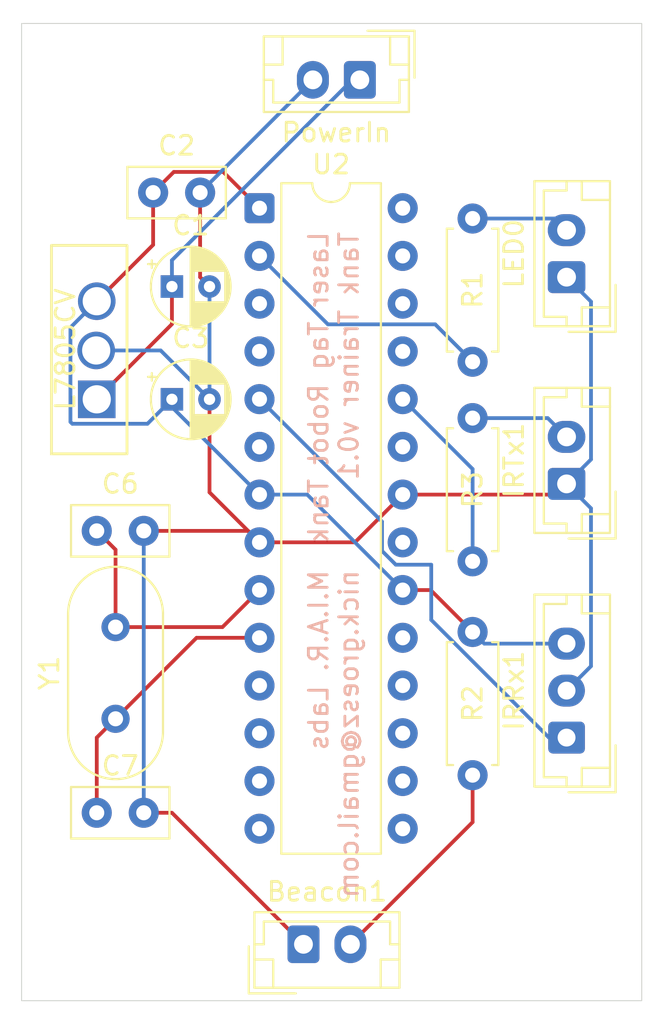
<source format=kicad_pcb>
(kicad_pcb (version 20241229) (generator "pcbnew") (generator_version "9.0")
  (layers (0 "F.Cu" signal) (2 "B.Cu" signal) (13 "F.Paste" user) (15 "B.Paste" user) (5 "F.SilkS" user "F.Silkscreen") (7 "B.SilkS" user "B.Silkscreen") (1 "F.Mask" user) (3 "B.Mask" user) (25 "Edge.Cuts" user))
  (net 0 "")
  (net 1 "GND")
  (net 2 "Net-(Beacon1-Pin_2)")
  (net 3 "9V")
  (net 4 "4.5V")
  (net 5 "Net-(U2-(PCINT6{slash}XTAL1{slash}TOSC1)PB6)")
  (net 6 "Net-(U2-(PCINT7{slash}XTAL2{slash}TOSC2)PB7)")
  (net 7 "Net-(IRRx1-Pin_1)")
  (net 8 "Net-(IRTx1-Pin_2)")
  (net 9 "Net-(LED0-Pin_2)")
  (net 10 "Net-(U2-(PCINT16{slash}RXD)PD0)")
  (net 11 "Net-(U2-(PCINT9{slash}ADC1)PC1)")
  (footprint "Connector_JST:JST_EH_B2B-EH-A_1x02_P2.50mm_Vertical" (layer "F.Cu") (at 63 77 180)
    (property "Reference" "PowerIn" (at 1.25 -2.8 0) (layer "F.SilkS"))
    (property "Value" "PowerIn")
    (fp_line (start 5.11 2.31) (end 5.11 -1.71) (stroke (width 0.12)) (layer "F.SilkS"))
    (fp_line (start 5.11 0.81) (end 4.11 0.81) (stroke (width 0.12)) (layer "F.SilkS"))
    (fp_line (start 5.11 -1.71) (end -2.61 -1.71) (stroke (width 0.12)) (layer "F.SilkS"))
    (fp_line (start 4.61 0) (end 5.11 0) (stroke (width 0.12)) (layer "F.SilkS"))
    (fp_line (start 4.61 -1.21) (end 4.61 0) (stroke (width 0.12)) (layer "F.SilkS"))
    (fp_line (start 4.11 0.81) (end 4.11 2.31) (stroke (width 0.12)) (layer "F.SilkS"))
    (fp_line (start -1.61 0.81) (end -1.61 2.31) (stroke (width 0.12)) (layer "F.SilkS"))
    (fp_line (start -2.11 0) (end -2.11 -1.21) (stroke (width 0.12)) (layer "F.SilkS"))
    (fp_line (start -2.11 -1.21) (end 4.61 -1.21) (stroke (width 0.12)) (layer "F.SilkS"))
    (fp_line (start -2.61 2.31) (end 5.11 2.31) (stroke (width 0.12)) (layer "F.SilkS"))
    (fp_line (start -2.61 0.81) (end -1.61 0.81) (stroke (width 0.12)) (layer "F.SilkS"))
    (fp_line (start -2.61 0) (end -2.11 0) (stroke (width 0.12)) (layer "F.SilkS"))
    (fp_line (start -2.61 -1.71) (end -2.61 2.31) (stroke (width 0.12)) (layer "F.SilkS"))
    (fp_line (start -2.91 2.61) (end -0.41 2.61) (stroke (width 0.12)) (layer "F.SilkS"))
    (fp_line (start -2.91 0.11) (end -2.91 2.61) (stroke (width 0.12)) (layer "F.SilkS"))
    (pad "1" thru_hole roundrect (at 0 0 180) (size 1.7 2) (drill 1) (layers "*.Cu" "*.Mask") (roundrect_rratio 0.147059) (net 3 "9V"))
    (pad "2" thru_hole oval (at 2.5 0 180) (size 1.7 2) (drill 1) (layers "*.Cu" "*.Mask") (net 1 "GND"))
  )
  (footprint "Resistor_THT:R_Axial_DIN0207_L6.3mm_D2.5mm_P7.62mm_Horizontal" (layer "F.Cu") (at 69 106.38 -90)
    (property "Reference" "R2" (at 3.81 0 90) (layer "F.SilkS"))
    (property "Value" "R")
    (fp_line (start 0.54 1.37) (end 7.08 1.37) (stroke (width 0.12)) (layer "F.SilkS"))
    (fp_line (start 7.08 1.37) (end 7.08 1.04) (stroke (width 0.12)) (layer "F.SilkS"))
    (fp_line (start 0.54 1.04) (end 0.54 1.37) (stroke (width 0.12)) (layer "F.SilkS"))
    (fp_line (start 0.54 -1.04) (end 0.54 -1.37) (stroke (width 0.12)) (layer "F.SilkS"))
    (fp_line (start 0.54 -1.37) (end 7.08 -1.37) (stroke (width 0.12)) (layer "F.SilkS"))
    (fp_line (start 7.08 -1.37) (end 7.08 -1.04) (stroke (width 0.12)) (layer "F.SilkS"))
    (pad "1" thru_hole circle (at 0 0 270) (size 1.6 1.6) (drill 0.8) (layers "*.Cu" "*.Mask") (net 4 "4.5V"))
    (pad "2" thru_hole oval (at 7.62 0 270) (size 1.6 1.6) (drill 0.8) (layers "*.Cu" "*.Mask") (net 2 "Net-(Beacon1-Pin_2)"))
  )
  (footprint "Resistor_THT:R_Axial_DIN0207_L6.3mm_D2.5mm_P7.62mm_Horizontal" (layer "F.Cu") (at 69 92 90)
    (property "Reference" "R1" (at 3.81 0 90) (layer "F.SilkS"))
    (property "Value" "R")
    (fp_line (start 7.08 -1.37) (end 7.08 -1.04) (stroke (width 0.12)) (layer "F.SilkS"))
    (fp_line (start 0.54 -1.37) (end 7.08 -1.37) (stroke (width 0.12)) (layer "F.SilkS"))
    (fp_line (start 0.54 -1.04) (end 0.54 -1.37) (stroke (width 0.12)) (layer "F.SilkS"))
    (fp_line (start 0.54 1.04) (end 0.54 1.37) (stroke (width 0.12)) (layer "F.SilkS"))
    (fp_line (start 7.08 1.37) (end 7.08 1.04) (stroke (width 0.12)) (layer "F.SilkS"))
    (fp_line (start 0.54 1.37) (end 7.08 1.37) (stroke (width 0.12)) (layer "F.SilkS"))
    (pad "1" thru_hole circle (at 0 0 90) (size 1.6 1.6) (drill 0.8) (layers "*.Cu" "*.Mask") (net 10 "Net-(U2-(PCINT16{slash}RXD)PD0)"))
    (pad "2" thru_hole oval (at 7.62 0 90) (size 1.6 1.6) (drill 0.8) (layers "*.Cu" "*.Mask") (net 9 "Net-(LED0-Pin_2)"))
  )
  (footprint "Connector_JST:JST_EH_B3B-EH-A_1x03_P2.50mm_Vertical" (layer "F.Cu") (at 74 112 90)
    (property "Reference" "IRRx1" (at 2.5 -2.8 90) (layer "F.SilkS"))
    (property "Value" "Conn_01x03_Pin")
    (fp_line (start 7.61 -1.71) (end -2.61 -1.71) (stroke (width 0.12)) (layer "F.SilkS"))
    (fp_line (start -2.61 -1.71) (end -2.61 2.31) (stroke (width 0.12)) (layer "F.SilkS"))
    (fp_line (start 7.11 -1.21) (end 7.11 0) (stroke (width 0.12)) (layer "F.SilkS"))
    (fp_line (start -2.11 -1.21) (end 7.11 -1.21) (stroke (width 0.12)) (layer "F.SilkS"))
    (fp_line (start 7.11 0) (end 7.61 0) (stroke (width 0.12)) (layer "F.SilkS"))
    (fp_line (start -2.11 0) (end -2.11 -1.21) (stroke (width 0.12)) (layer "F.SilkS"))
    (fp_line (start -2.61 0) (end -2.11 0) (stroke (width 0.12)) (layer "F.SilkS"))
    (fp_line (start -2.91 0.11) (end -2.91 2.61) (stroke (width 0.12)) (layer "F.SilkS"))
    (fp_line (start 7.61 0.81) (end 6.61 0.81) (stroke (width 0.12)) (layer "F.SilkS"))
    (fp_line (start 6.61 0.81) (end 6.61 2.31) (stroke (width 0.12)) (layer "F.SilkS"))
    (fp_line (start -1.61 0.81) (end -1.61 2.31) (stroke (width 0.12)) (layer "F.SilkS"))
    (fp_line (start -2.61 0.81) (end -1.61 0.81) (stroke (width 0.12)) (layer "F.SilkS"))
    (fp_line (start 7.61 2.31) (end 7.61 -1.71) (stroke (width 0.12)) (layer "F.SilkS"))
    (fp_line (start -2.61 2.31) (end 7.61 2.31) (stroke (width 0.12)) (layer "F.SilkS"))
    (fp_line (start -2.91 2.61) (end -0.41 2.61) (stroke (width 0.12)) (layer "F.SilkS"))
    (pad "1" thru_hole roundrect (at 0 0 90) (size 1.7 1.95) (drill 0.95) (layers "*.Cu" "*.Mask") (roundrect_rratio 0.147059) (net 7 "Net-(IRRx1-Pin_1)"))
    (pad "2" thru_hole oval (at 2.5 0 90) (size 1.7 1.95) (drill 0.95) (layers "*.Cu" "*.Mask") (net 1 "GND"))
    (pad "3" thru_hole oval (at 5 0 90) (size 1.7 1.95) (drill 0.95) (layers "*.Cu" "*.Mask") (net 4 "4.5V"))
  )
  (footprint "Package_DIP:DIP-28_W7.62mm" (layer "F.Cu") (at 57.66 83.83)
    (property "Reference" "U2" (at 3.81 -2.33 0) (layer "F.SilkS"))
    (property "Value" "ATMEGA328P-PU")
    (fp_line (start 1.16 -1.33) (end 1.16 34.35) (stroke (width 0.12)) (layer "F.SilkS"))
    (fp_line (start 1.16 34.35) (end 6.46 34.35) (stroke (width 0.12)) (layer "F.SilkS"))
    (fp_line (start 2.81 -1.33) (end 1.16 -1.33) (stroke (width 0.12)) (layer "F.SilkS"))
    (fp_line (start 6.46 -1.33) (end 4.81 -1.33) (stroke (width 0.12)) (layer "F.SilkS"))
    (fp_line (start 6.46 34.35) (end 6.46 -1.33) (stroke (width 0.12)) (layer "F.SilkS"))
    (fp_arc (start 4.81 -1.33) (mid 3.81 -0.33) (end 2.81 -1.33) (stroke (width 0.12)) (layer "F.SilkS"))
    (pad "1" thru_hole roundrect (at 0 0) (size 1.6 1.6) (drill 0.8) (layers "*.Cu" "*.Mask") (roundrect_rratio 0.15625) (net 4 "4.5V"))
    (pad "2" thru_hole circle (at 0 2.54) (size 1.6 1.6) (drill 0.8) (layers "*.Cu" "*.Mask") (net 10 "Net-(U2-(PCINT16{slash}RXD)PD0)"))
    (pad "3" thru_hole circle (at 0 5.08) (size 1.6 1.6) (drill 0.8) (layers "*.Cu" "*.Mask"))
    (pad "4" thru_hole circle (at 0 7.62) (size 1.6 1.6) (drill 0.8) (layers "*.Cu" "*.Mask"))
    (pad "5" thru_hole circle (at 0 10.16) (size 1.6 1.6) (drill 0.8) (layers "*.Cu" "*.Mask") (net 7 "Net-(IRRx1-Pin_1)"))
    (pad "6" thru_hole circle (at 0 12.7) (size 1.6 1.6) (drill 0.8) (layers "*.Cu" "*.Mask"))
    (pad "7" thru_hole circle (at 0 15.24) (size 1.6 1.6) (drill 0.8) (layers "*.Cu" "*.Mask") (net 4 "4.5V"))
    (pad "8" thru_hole circle (at 0 17.78) (size 1.6 1.6) (drill 0.8) (layers "*.Cu" "*.Mask") (net 1 "GND"))
    (pad "9" thru_hole circle (at 0 20.32) (size 1.6 1.6) (drill 0.8) (layers "*.Cu" "*.Mask") (net 5 "Net-(U2-(PCINT6{slash}XTAL1{slash}TOSC1)PB6)"))
    (pad "10" thru_hole circle (at 0 22.86) (size 1.6 1.6) (drill 0.8) (layers "*.Cu" "*.Mask") (net 6 "Net-(U2-(PCINT7{slash}XTAL2{slash}TOSC2)PB7)"))
    (pad "11" thru_hole circle (at 0 25.4) (size 1.6 1.6) (drill 0.8) (layers "*.Cu" "*.Mask"))
    (pad "12" thru_hole circle (at 0 27.94) (size 1.6 1.6) (drill 0.8) (layers "*.Cu" "*.Mask"))
    (pad "13" thru_hole circle (at 0 30.48) (size 1.6 1.6) (drill 0.8) (layers "*.Cu" "*.Mask"))
    (pad "14" thru_hole circle (at 0 33.02) (size 1.6 1.6) (drill 0.8) (layers "*.Cu" "*.Mask"))
    (pad "15" thru_hole circle (at 7.62 33.02) (size 1.6 1.6) (drill 0.8) (layers "*.Cu" "*.Mask"))
    (pad "16" thru_hole circle (at 7.62 30.48) (size 1.6 1.6) (drill 0.8) (layers "*.Cu" "*.Mask"))
    (pad "17" thru_hole circle (at 7.62 27.94) (size 1.6 1.6) (drill 0.8) (layers "*.Cu" "*.Mask"))
    (pad "18" thru_hole circle (at 7.62 25.4) (size 1.6 1.6) (drill 0.8) (layers "*.Cu" "*.Mask"))
    (pad "19" thru_hole circle (at 7.62 22.86) (size 1.6 1.6) (drill 0.8) (layers "*.Cu" "*.Mask"))
    (pad "20" thru_hole circle (at 7.62 20.32) (size 1.6 1.6) (drill 0.8) (layers "*.Cu" "*.Mask") (net 4 "4.5V"))
    (pad "21" thru_hole circle (at 7.62 17.78) (size 1.6 1.6) (drill 0.8) (layers "*.Cu" "*.Mask"))
    (pad "22" thru_hole circle (at 7.62 15.24) (size 1.6 1.6) (drill 0.8) (layers "*.Cu" "*.Mask") (net 1 "GND"))
    (pad "23" thru_hole circle (at 7.62 12.7) (size 1.6 1.6) (drill 0.8) (layers "*.Cu" "*.Mask"))
    (pad "24" thru_hole circle (at 7.62 10.16) (size 1.6 1.6) (drill 0.8) (layers "*.Cu" "*.Mask") (net 11 "Net-(U2-(PCINT9{slash}ADC1)PC1)"))
    (pad "25" thru_hole circle (at 7.62 7.62) (size 1.6 1.6) (drill 0.8) (layers "*.Cu" "*.Mask"))
    (pad "26" thru_hole circle (at 7.62 5.08) (size 1.6 1.6) (drill 0.8) (layers "*.Cu" "*.Mask"))
    (pad "27" thru_hole circle (at 7.62 2.54) (size 1.6 1.6) (drill 0.8) (layers "*.Cu" "*.Mask"))
    (pad "28" thru_hole circle (at 7.62 0) (size 1.6 1.6) (drill 0.8) (layers "*.Cu" "*.Mask"))
  )
  (footprint "MountingHole:MountingHole_3mm" (layer "F.Cu") (at 49 122)
    (property "Reference" "H4" (hide yes))
    (property "Value" "MountingHole")
    (pad "" np_thru_hole circle (at 0 0) (size 3 3) (drill 3) (layers "*.Cu" "*.Mask"))
  )
  (footprint "Connector_JST:JST_EH_B2B-EH-A_1x02_P2.50mm_Vertical" (layer "F.Cu") (at 60 123)
    (property "Reference" "Beacon1" (at 1.25 -2.8 0) (layer "F.SilkS"))
    (property "Value" "Conn_01x02_Pin")
    (fp_line (start -2.91 0.11) (end -2.91 2.61) (stroke (width 0.12)) (layer "F.SilkS"))
    (fp_line (start -2.91 2.61) (end -0.41 2.61) (stroke (width 0.12)) (layer "F.SilkS"))
    (fp_line (start -2.61 -1.71) (end -2.61 2.31) (stroke (width 0.12)) (layer "F.SilkS"))
    (fp_line (start -2.61 0) (end -2.11 0) (stroke (width 0.12)) (layer "F.SilkS"))
    (fp_line (start -2.61 0.81) (end -1.61 0.81) (stroke (width 0.12)) (layer "F.SilkS"))
    (fp_line (start -2.61 2.31) (end 5.11 2.31) (stroke (width 0.12)) (layer "F.SilkS"))
    (fp_line (start -2.11 -1.21) (end 4.61 -1.21) (stroke (width 0.12)) (layer "F.SilkS"))
    (fp_line (start -2.11 0) (end -2.11 -1.21) (stroke (width 0.12)) (layer "F.SilkS"))
    (fp_line (start -1.61 0.81) (end -1.61 2.31) (stroke (width 0.12)) (layer "F.SilkS"))
    (fp_line (start 4.11 0.81) (end 4.11 2.31) (stroke (width 0.12)) (layer "F.SilkS"))
    (fp_line (start 4.61 -1.21) (end 4.61 0) (stroke (width 0.12)) (layer "F.SilkS"))
    (fp_line (start 4.61 0) (end 5.11 0) (stroke (width 0.12)) (layer "F.SilkS"))
    (fp_line (start 5.11 -1.71) (end -2.61 -1.71) (stroke (width 0.12)) (layer "F.SilkS"))
    (fp_line (start 5.11 0.81) (end 4.11 0.81) (stroke (width 0.12)) (layer "F.SilkS"))
    (fp_line (start 5.11 2.31) (end 5.11 -1.71) (stroke (width 0.12)) (layer "F.SilkS"))
    (pad "1" thru_hole roundrect (at 0 0) (size 1.7 2) (drill 1) (layers "*.Cu" "*.Mask") (roundrect_rratio 0.147059) (net 1 "GND"))
    (pad "2" thru_hole oval (at 2.5 0) (size 1.7 2) (drill 1) (layers "*.Cu" "*.Mask") (net 2 "Net-(Beacon1-Pin_2)"))
  )
  (footprint "Capacitor_THT:C_Disc_D5.0mm_W2.5mm_P2.50mm" (layer "F.Cu") (at 49 101)
    (property "Reference" "C6" (at 1.25 -2.5 0) (layer "F.SilkS"))
    (property "Value" "22pF")
    (fp_line (start -1.37 -1.37) (end -1.37 1.37) (stroke (width 0.12)) (layer "F.SilkS"))
    (fp_line (start -1.37 -1.37) (end 3.87 -1.37) (stroke (width 0.12)) (layer "F.SilkS"))
    (fp_line (start -1.37 1.37) (end 3.87 1.37) (stroke (width 0.12)) (layer "F.SilkS"))
    (fp_line (start 3.87 -1.37) (end 3.87 1.37) (stroke (width 0.12)) (layer "F.SilkS"))
    (pad "1" thru_hole circle (at 0 0) (size 1.6 1.6) (drill 0.8) (layers "*.Cu" "*.Mask") (net 5 "Net-(U2-(PCINT6{slash}XTAL1{slash}TOSC1)PB6)"))
    (pad "2" thru_hole circle (at 2.5 0) (size 1.6 1.6) (drill 0.8) (layers "*.Cu" "*.Mask") (net 1 "GND"))
  )
  (footprint "Capacitor_THT:C_Disc_D5.0mm_W2.5mm_P2.50mm" (layer "F.Cu") (at 52 83)
    (property "Reference" "C2" (at 1.25 -2.5 0) (layer "F.SilkS"))
    (property "Value" "100nF")
    (fp_line (start -1.37 -1.37) (end -1.37 1.37) (stroke (width 0.12)) (layer "F.SilkS"))
    (fp_line (start -1.37 -1.37) (end 3.87 -1.37) (stroke (width 0.12)) (layer "F.SilkS"))
    (fp_line (start -1.37 1.37) (end 3.87 1.37) (stroke (width 0.12)) (layer "F.SilkS"))
    (fp_line (start 3.87 -1.37) (end 3.87 1.37) (stroke (width 0.12)) (layer "F.SilkS"))
    (pad "1" thru_hole circle (at 0 0) (size 1.6 1.6) (drill 0.8) (layers "*.Cu" "*.Mask") (net 4 "4.5V"))
    (pad "2" thru_hole circle (at 2.5 0) (size 1.6 1.6) (drill 0.8) (layers "*.Cu" "*.Mask") (net 1 "GND"))
  )
  (footprint "Resistor_THT:R_Axial_DIN0207_L6.3mm_D2.5mm_P7.62mm_Horizontal" (layer "F.Cu") (at 69 102.62 90)
    (property "Reference" "R3" (at 3.81 0 90) (layer "F.SilkS"))
    (property "Value" "R")
    (fp_line (start 7.08 -1.37) (end 7.08 -1.04) (stroke (width 0.12)) (layer "F.SilkS"))
    (fp_line (start 0.54 -1.37) (end 7.08 -1.37) (stroke (width 0.12)) (layer "F.SilkS"))
    (fp_line (start 0.54 -1.04) (end 0.54 -1.37) (stroke (width 0.12)) (layer "F.SilkS"))
    (fp_line (start 0.54 1.04) (end 0.54 1.37) (stroke (width 0.12)) (layer "F.SilkS"))
    (fp_line (start 7.08 1.37) (end 7.08 1.04) (stroke (width 0.12)) (layer "F.SilkS"))
    (fp_line (start 0.54 1.37) (end 7.08 1.37) (stroke (width 0.12)) (layer "F.SilkS"))
    (pad "1" thru_hole circle (at 0 0 90) (size 1.6 1.6) (drill 0.8) (layers "*.Cu" "*.Mask") (net 11 "Net-(U2-(PCINT9{slash}ADC1)PC1)"))
    (pad "2" thru_hole oval (at 7.62 0 90) (size 1.6 1.6) (drill 0.8) (layers "*.Cu" "*.Mask") (net 8 "Net-(IRTx1-Pin_2)"))
  )
  (footprint "Connector_JST:JST_EH_B2B-EH-A_1x02_P2.50mm_Vertical" (layer "F.Cu") (at 74 98.5 90)
    (property "Reference" "IRTx1" (at 1.25 -2.8 90) (layer "F.SilkS"))
    (property "Value" "Conn_01x02_Pin")
    (fp_line (start 5.11 -1.71) (end -2.61 -1.71) (stroke (width 0.12)) (layer "F.SilkS"))
    (fp_line (start -2.61 -1.71) (end -2.61 2.31) (stroke (width 0.12)) (layer "F.SilkS"))
    (fp_line (start 4.61 -1.21) (end 4.61 0) (stroke (width 0.12)) (layer "F.SilkS"))
    (fp_line (start -2.11 -1.21) (end 4.61 -1.21) (stroke (width 0.12)) (layer "F.SilkS"))
    (fp_line (start 4.61 0) (end 5.11 0) (stroke (width 0.12)) (layer "F.SilkS"))
    (fp_line (start -2.11 0) (end -2.11 -1.21) (stroke (width 0.12)) (layer "F.SilkS"))
    (fp_line (start -2.61 0) (end -2.11 0) (stroke (width 0.12)) (layer "F.SilkS"))
    (fp_line (start -2.91 0.11) (end -2.91 2.61) (stroke (width 0.12)) (layer "F.SilkS"))
    (fp_line (start 5.11 0.81) (end 4.11 0.81) (stroke (width 0.12)) (layer "F.SilkS"))
    (fp_line (start 4.11 0.81) (end 4.11 2.31) (stroke (width 0.12)) (layer "F.SilkS"))
    (fp_line (start -1.61 0.81) (end -1.61 2.31) (stroke (width 0.12)) (layer "F.SilkS"))
    (fp_line (start -2.61 0.81) (end -1.61 0.81) (stroke (width 0.12)) (layer "F.SilkS"))
    (fp_line (start 5.11 2.31) (end 5.11 -1.71) (stroke (width 0.12)) (layer "F.SilkS"))
    (fp_line (start -2.61 2.31) (end 5.11 2.31) (stroke (width 0.12)) (layer "F.SilkS"))
    (fp_line (start -2.91 2.61) (end -0.41 2.61) (stroke (width 0.12)) (layer "F.SilkS"))
    (pad "1" thru_hole roundrect (at 0 0 90) (size 1.7 2) (drill 1) (layers "*.Cu" "*.Mask") (roundrect_rratio 0.147059) (net 1 "GND"))
    (pad "2" thru_hole oval (at 2.5 0 90) (size 1.7 2) (drill 1) (layers "*.Cu" "*.Mask") (net 8 "Net-(IRTx1-Pin_2)"))
  )
  (footprint "Capacitor_THT:C_Disc_D5.0mm_W2.5mm_P2.50mm" (layer "F.Cu") (at 49 116)
    (property "Reference" "C7" (at 1.25 -2.5 0) (layer "F.SilkS"))
    (property "Value" "22pF")
    (fp_line (start -1.37 -1.37) (end -1.37 1.37) (stroke (width 0.12)) (layer "F.SilkS"))
    (fp_line (start -1.37 -1.37) (end 3.87 -1.37) (stroke (width 0.12)) (layer "F.SilkS"))
    (fp_line (start -1.37 1.37) (end 3.87 1.37) (stroke (width 0.12)) (layer "F.SilkS"))
    (fp_line (start 3.87 -1.37) (end 3.87 1.37) (stroke (width 0.12)) (layer "F.SilkS"))
    (pad "1" thru_hole circle (at 0 0) (size 1.6 1.6) (drill 0.8) (layers "*.Cu" "*.Mask") (net 6 "Net-(U2-(PCINT7{slash}XTAL2{slash}TOSC2)PB7)"))
    (pad "2" thru_hole circle (at 2.5 0) (size 1.6 1.6) (drill 0.8) (layers "*.Cu" "*.Mask") (net 1 "GND"))
  )
  (footprint "Crystal:Crystal_HC49-U_Vertical" (layer "F.Cu") (at 50 111 90)
    (property "Reference" "Y1" (at 2.44 -3.525 90) (layer "F.SilkS"))
    (property "Value" "Crystal")
    (fp_line (start -0.685 -2.525) (end 5.565 -2.525) (stroke (width 0.12)) (layer "F.SilkS"))
    (fp_line (start -0.685 2.525) (end 5.565 2.525) (stroke (width 0.12)) (layer "F.SilkS"))
    (fp_arc (start 5.565 -2.525) (mid 8.09 0) (end 5.565 2.525) (stroke (width 0.12)) (layer "F.SilkS"))
    (fp_arc (start -0.685 2.525) (mid -3.21 0) (end -0.685 -2.525) (stroke (width 0.12)) (layer "F.SilkS"))
    (pad "1" thru_hole circle (at 0 0 90) (size 1.5 1.5) (drill 0.8) (layers "*.Cu" "*.Mask") (net 6 "Net-(U2-(PCINT7{slash}XTAL2{slash}TOSC2)PB7)"))
    (pad "2" thru_hole circle (at 4.88 0 90) (size 1.5 1.5) (drill 0.8) (layers "*.Cu" "*.Mask") (net 5 "Net-(U2-(PCINT6{slash}XTAL1{slash}TOSC1)PB6)"))
  )
  (footprint "MountingHole:MountingHole_3mm" (layer "F.Cu") (at 74 122)
    (property "Reference" "H5" (hide yes))
    (property "Value" "MountingHole")
    (pad "" np_thru_hole circle (at 0 0) (size 3 3) (drill 3) (layers "*.Cu" "*.Mask"))
  )
  (footprint "MountingHole:MountingHole_3mm" (layer "F.Cu") (at 49 78)
    (property "Reference" "H1" (hide yes))
    (property "Value" "MountingHole")
    (pad "" np_thru_hole circle (at 0 0) (size 3 3) (drill 3) (layers "*.Cu" "*.Mask"))
  )
  (footprint "Connector_JST:JST_EH_B2B-EH-A_1x02_P2.50mm_Vertical" (layer "F.Cu") (at 74 87.5 90)
    (property "Reference" "LED0" (at 1.25 -2.8 90) (layer "F.SilkS"))
    (property "Value" "Conn_01x02_Pin")
    (fp_line (start 5.11 -1.71) (end -2.61 -1.71) (stroke (width 0.12)) (layer "F.SilkS"))
    (fp_line (start -2.61 -1.71) (end -2.61 2.31) (stroke (width 0.12)) (layer "F.SilkS"))
    (fp_line (start 4.61 -1.21) (end 4.61 0) (stroke (width 0.12)) (layer "F.SilkS"))
    (fp_line (start -2.11 -1.21) (end 4.61 -1.21) (stroke (width 0.12)) (layer "F.SilkS"))
    (fp_line (start 4.61 0) (end 5.11 0) (stroke (width 0.12)) (layer "F.SilkS"))
    (fp_line (start -2.11 0) (end -2.11 -1.21) (stroke (width 0.12)) (layer "F.SilkS"))
    (fp_line (start -2.61 0) (end -2.11 0) (stroke (width 0.12)) (layer "F.SilkS"))
    (fp_line (start -2.91 0.11) (end -2.91 2.61) (stroke (width 0.12)) (layer "F.SilkS"))
    (fp_line (start 5.11 0.81) (end 4.11 0.81) (stroke (width 0.12)) (layer "F.SilkS"))
    (fp_line (start 4.11 0.81) (end 4.11 2.31) (stroke (width 0.12)) (layer "F.SilkS"))
    (fp_line (start -1.61 0.81) (end -1.61 2.31) (stroke (width 0.12)) (layer "F.SilkS"))
    (fp_line (start -2.61 0.81) (end -1.61 0.81) (stroke (width 0.12)) (layer "F.SilkS"))
    (fp_line (start 5.11 2.31) (end 5.11 -1.71) (stroke (width 0.12)) (layer "F.SilkS"))
    (fp_line (start -2.61 2.31) (end 5.11 2.31) (stroke (width 0.12)) (layer "F.SilkS"))
    (fp_line (start -2.91 2.61) (end -0.41 2.61) (stroke (width 0.12)) (layer "F.SilkS"))
    (pad "1" thru_hole roundrect (at 0 0 90) (size 1.7 2) (drill 1) (layers "*.Cu" "*.Mask") (roundrect_rratio 0.147059) (net 1 "GND"))
    (pad "2" thru_hole oval (at 2.5 0 90) (size 1.7 2) (drill 1) (layers "*.Cu" "*.Mask") (net 9 "Net-(LED0-Pin_2)"))
  )
  (footprint "MountingHole:MountingHole_3mm" (layer "F.Cu") (at 74 78)
    (property "Reference" "H3" (hide yes))
    (property "Value" "MountingHole")
    (pad "" np_thru_hole circle (at 0 0) (size 3 3) (drill 3) (layers "*.Cu" "*.Mask"))
  )
  (footprint "custom:L7805CV" (layer "F.Cu") (at 48.08 95.01 90)
    (property "Reference" "U1" (hide yes))
    (property "Value" "L7805")
    (fp_rect (start -1.89 -1.49) (end 9.2 2.53) (stroke (width 0.15)) (fill no) (layer "F.SilkS"))
    (fp_text user "L7805CV" (at 3.67 -0.75 90) (layer "F.SilkS"))
    (pad "1" thru_hole rect (at 1.01 0.92 90) (size 2 2) (drill 1.5) (layers "*.Cu" "*.Mask") (net 3 "9V"))
    (pad "2" thru_hole circle (at 3.61 0.89 90) (size 2 2) (drill 1.5) (layers "*.Cu" "*.Mask") (net 1 "GND"))
    (pad "3" thru_hole circle (at 6.23 0.92 90) (size 2 2) (drill 1.5) (layers "*.Cu" "*.Mask") (net 4 "4.5V"))
  )
  (footprint "Capacitor_THT:CP_Radial_D4.0mm_P2.00mm" (layer "F.Cu") (at 53 88)
    (property "Reference" "C1" (at 1 -3.25 0) (layer "F.SilkS"))
    (property "Value" "10uF")
    (fp_line (start -1.269801 -1.195) (end -0.869801 -1.195) (stroke (width 0.12)) (layer "F.SilkS"))
    (fp_line (start -1.069801 -1.395) (end -1.069801 -0.995) (stroke (width 0.12)) (layer "F.SilkS"))
    (fp_line (start 1 -2.08) (end 1 2.08) (stroke (width 0.12)) (layer "F.SilkS"))
    (fp_line (start 1.04 -2.08) (end 1.04 2.08) (stroke (width 0.12)) (layer "F.SilkS"))
    (fp_line (start 1.08 -2.078) (end 1.08 2.078) (stroke (width 0.12)) (layer "F.SilkS"))
    (fp_line (start 1.12 -2.077) (end 1.12 2.077) (stroke (width 0.12)) (layer "F.SilkS"))
    (fp_line (start 1.16 -2.074) (end 1.16 2.074) (stroke (width 0.12)) (layer "F.SilkS"))
    (fp_line (start 1.2 -2.071) (end 1.2 -0.84) (stroke (width 0.12)) (layer "F.SilkS"))
    (fp_line (start 1.2 0.84) (end 1.2 2.071) (stroke (width 0.12)) (layer "F.SilkS"))
    (fp_line (start 1.24 -2.066) (end 1.24 -0.84) (stroke (width 0.12)) (layer "F.SilkS"))
    (fp_line (start 1.24 0.84) (end 1.24 2.066) (stroke (width 0.12)) (layer "F.SilkS"))
    (fp_line (start 1.28 -2.061) (end 1.28 -0.84) (stroke (width 0.12)) (layer "F.SilkS"))
    (fp_line (start 1.28 0.84) (end 1.28 2.061) (stroke (width 0.12)) (layer "F.SilkS"))
    (fp_line (start 1.32 -2.056) (end 1.32 -0.84) (stroke (width 0.12)) (layer "F.SilkS"))
    (fp_line (start 1.32 0.84) (end 1.32 2.056) (stroke (width 0.12)) (layer "F.SilkS"))
    (fp_line (start 1.36 -2.049) (end 1.36 -0.84) (stroke (width 0.12)) (layer "F.SilkS"))
    (fp_line (start 1.36 0.84) (end 1.36 2.049) (stroke (width 0.12)) (layer "F.SilkS"))
    (fp_line (start 1.4 -2.042) (end 1.4 -0.84) (stroke (width 0.12)) (layer "F.SilkS"))
    (fp_line (start 1.4 0.84) (end 1.4 2.042) (stroke (width 0.12)) (layer "F.SilkS"))
    (fp_line (start 1.44 -2.034) (end 1.44 -0.84) (stroke (width 0.12)) (layer "F.SilkS"))
    (fp_line (start 1.44 0.84) (end 1.44 2.034) (stroke (width 0.12)) (layer "F.SilkS"))
    (fp_line (start 1.48 -2.025) (end 1.48 -0.84) (stroke (width 0.12)) (layer "F.SilkS"))
    (fp_line (start 1.48 0.84) (end 1.48 2.025) (stroke (width 0.12)) (layer "F.SilkS"))
    (fp_line (start 1.52 -2.015) (end 1.52 -0.84) (stroke (width 0.12)) (layer "F.SilkS"))
    (fp_line (start 1.52 0.84) (end 1.52 2.015) (stroke (width 0.12)) (layer "F.SilkS"))
    (fp_line (start 1.56 -2.005) (end 1.56 -0.84) (stroke (width 0.12)) (layer "F.SilkS"))
    (fp_line (start 1.56 0.84) (end 1.56 2.005) (stroke (width 0.12)) (layer "F.SilkS"))
    (fp_line (start 1.6 -1.993) (end 1.6 -0.84) (stroke (width 0.12)) (layer "F.SilkS"))
    (fp_line (start 1.6 0.84) (end 1.6 1.993) (stroke (width 0.12)) (layer "F.SilkS"))
    (fp_line (start 1.64 -1.981) (end 1.64 -0.84) (stroke (width 0.12)) (layer "F.SilkS"))
    (fp_line (start 1.64 0.84) (end 1.64 1.981) (stroke (width 0.12)) (layer "F.SilkS"))
    (fp_line (start 1.68 -1.968) (end 1.68 -0.84) (stroke (width 0.12)) (layer "F.SilkS"))
    (fp_line (start 1.68 0.84) (end 1.68 1.968) (stroke (width 0.12)) (layer "F.SilkS"))
    (fp_line (start 1.72 -1.954) (end 1.72 -0.84) (stroke (width 0.12)) (layer "F.SilkS"))
    (fp_line (start 1.72 0.84) (end 1.72 1.954) (stroke (width 0.12)) (layer "F.SilkS"))
    (fp_line (start 1.76 -1.939) (end 1.76 -0.84) (stroke (width 0.12)) (layer "F.SilkS"))
    (fp_line (start 1.76 0.84) (end 1.76 1.939) (stroke (width 0.12)) (layer "F.SilkS"))
    (fp_line (start 1.8 -1.923) (end 1.8 -0.84) (stroke (width 0.12)) (layer "F.SilkS"))
    (fp_line (start 1.8 0.84) (end 1.8 1.923) (stroke (width 0.12)) (layer "F.SilkS"))
    (fp_line (start 1.84 -1.906) (end 1.84 -0.84) (stroke (width 0.12)) (layer "F.SilkS"))
    (fp_line (start 1.84 0.84) (end 1.84 1.906) (stroke (width 0.12)) (layer "F.SilkS"))
    (fp_line (start 1.88 -1.889) (end 1.88 -0.84) (stroke (width 0.12)) (layer "F.SilkS"))
    (fp_line (start 1.88 0.84) (end 1.88 1.889) (stroke (width 0.12)) (layer "F.SilkS"))
    (fp_line (start 1.92 -1.87) (end 1.92 -0.84) (stroke (width 0.12)) (layer "F.SilkS"))
    (fp_line (start 1.92 0.84) (end 1.92 1.87) (stroke (width 0.12)) (layer "F.SilkS"))
    (fp_line (start 1.96 -1.85) (end 1.96 -0.84) (stroke (width 0.12)) (layer "F.SilkS"))
    (fp_line (start 1.96 0.84) (end 1.96 1.85) (stroke (width 0.12)) (layer "F.SilkS"))
    (fp_line (start 2 -1.829) (end 2 -0.84) (stroke (width 0.12)) (layer "F.SilkS"))
    (fp_line (start 2 0.84) (end 2 1.829) (stroke (width 0.12)) (layer "F.SilkS"))
    (fp_line (start 2.04 -1.807) (end 2.04 -0.84) (stroke (width 0.12)) (layer "F.SilkS"))
    (fp_line (start 2.04 0.84) (end 2.04 1.807) (stroke (width 0.12)) (layer "F.SilkS"))
    (fp_line (start 2.08 -1.784) (end 2.08 -0.84) (stroke (width 0.12)) (layer "F.SilkS"))
    (fp_line (start 2.08 0.84) (end 2.08 1.784) (stroke (width 0.12)) (layer "F.SilkS"))
    (fp_line (start 2.12 -1.76) (end 2.12 -0.84) (stroke (width 0.12)) (layer "F.SilkS"))
    (fp_line (start 2.12 0.84) (end 2.12 1.76) (stroke (width 0.12)) (layer "F.SilkS"))
    (fp_line (start 2.16 -1.734) (end 2.16 -0.84) (stroke (width 0.12)) (layer "F.SilkS"))
    (fp_line (start 2.16 0.84) (end 2.16 1.734) (stroke (width 0.12)) (layer "F.SilkS"))
    (fp_line (start 2.2 -1.708) (end 2.2 -0.84) (stroke (width 0.12)) (layer "F.SilkS"))
    (fp_line (start 2.2 0.84) (end 2.2 1.708) (stroke (width 0.12)) (layer "F.SilkS"))
    (fp_line (start 2.24 -1.68) (end 2.24 -0.84) (stroke (width 0.12)) (layer "F.SilkS"))
    (fp_line (start 2.24 0.84) (end 2.24 1.68) (stroke (width 0.12)) (layer "F.SilkS"))
    (fp_line (start 2.28 -1.65) (end 2.28 -0.84) (stroke (width 0.12)) (layer "F.SilkS"))
    (fp_line (start 2.28 0.84) (end 2.28 1.65) (stroke (width 0.12)) (layer "F.SilkS"))
    (fp_line (start 2.32 -1.619) (end 2.32 -0.84) (stroke (width 0.12)) (layer "F.SilkS"))
    (fp_line (start 2.32 0.84) (end 2.32 1.619) (stroke (width 0.12)) (layer "F.SilkS"))
    (fp_line (start 2.36 -1.586) (end 2.36 -0.84) (stroke (width 0.12)) (layer "F.SilkS"))
    (fp_line (start 2.36 0.84) (end 2.36 1.586) (stroke (width 0.12)) (layer "F.SilkS"))
    (fp_line (start 2.4 -1.552) (end 2.4 -0.84) (stroke (width 0.12)) (layer "F.SilkS"))
    (fp_line (start 2.4 0.84) (end 2.4 1.552) (stroke (width 0.12)) (layer "F.SilkS"))
    (fp_line (start 2.44 -1.516) (end 2.44 -0.84) (stroke (width 0.12)) (layer "F.SilkS"))
    (fp_line (start 2.44 0.84) (end 2.44 1.516) (stroke (width 0.12)) (layer "F.SilkS"))
    (fp_line (start 2.48 -1.478) (end 2.48 -0.84) (stroke (width 0.12)) (layer "F.SilkS"))
    (fp_line (start 2.48 0.84) (end 2.48 1.478) (stroke (width 0.12)) (layer "F.SilkS"))
    (fp_line (start 2.52 -1.438) (end 2.52 -0.84) (stroke (width 0.12)) (layer "F.SilkS"))
    (fp_line (start 2.52 0.84) (end 2.52 1.438) (stroke (width 0.12)) (layer "F.SilkS"))
    (fp_line (start 2.56 -1.396) (end 2.56 -0.84) (stroke (width 0.12)) (layer "F.SilkS"))
    (fp_line (start 2.56 0.84) (end 2.56 1.396) (stroke (width 0.12)) (layer "F.SilkS"))
    (fp_line (start 2.6 -1.351) (end 2.6 -0.84) (stroke (width 0.12)) (layer "F.SilkS"))
    (fp_line (start 2.6 0.84) (end 2.6 1.351) (stroke (width 0.12)) (layer "F.SilkS"))
    (fp_line (start 2.64 -1.303) (end 2.64 -0.84) (stroke (width 0.12)) (layer "F.SilkS"))
    (fp_line (start 2.64 0.84) (end 2.64 1.303) (stroke (width 0.12)) (layer "F.SilkS"))
    (fp_line (start 2.68 -1.253) (end 2.68 -0.84) (stroke (width 0.12)) (layer "F.SilkS"))
    (fp_line (start 2.68 0.84) (end 2.68 1.253) (stroke (width 0.12)) (layer "F.SilkS"))
    (fp_line (start 2.72 -1.199) (end 2.72 -0.84) (stroke (width 0.12)) (layer "F.SilkS"))
    (fp_line (start 2.72 0.84) (end 2.72 1.199) (stroke (width 0.12)) (layer "F.SilkS"))
    (fp_line (start 2.76 -1.142) (end 2.76 -0.84) (stroke (width 0.12)) (layer "F.SilkS"))
    (fp_line (start 2.76 0.84) (end 2.76 1.142) (stroke (width 0.12)) (layer "F.SilkS"))
    (fp_line (start 2.8 -1.08) (end 2.8 -0.84) (stroke (width 0.12)) (layer "F.SilkS"))
    (fp_line (start 2.8 0.84) (end 2.8 1.08) (stroke (width 0.12)) (layer "F.SilkS"))
    (fp_line (start 2.84 -1.013) (end 2.84 1.013) (stroke (width 0.12)) (layer "F.SilkS"))
    (fp_line (start 2.88 -0.94) (end 2.88 0.94) (stroke (width 0.12)) (layer "F.SilkS"))
    (fp_line (start 2.92 -0.859) (end 2.92 0.859) (stroke (width 0.12)) (layer "F.SilkS"))
    (fp_line (start 2.96 -0.768) (end 2.96 0.768) (stroke (width 0.12)) (layer "F.SilkS"))
    (fp_line (start 3 -0.663) (end 3 0.663) (stroke (width 0.12)) (layer "F.SilkS"))
    (fp_line (start 3.04 -0.537) (end 3.04 0.537) (stroke (width 0.12)) (layer "F.SilkS"))
    (fp_line (start 3.08 -0.37) (end 3.08 0.37) (stroke (width 0.12)) (layer "F.SilkS"))
    (fp_circle (center 1 0) (end 3.12 0) (stroke (width 0.12)) (fill no) (layer "F.SilkS"))
    (pad "1" thru_hole rect (at 0 0) (size 1.2 1.2) (drill 0.6) (layers "*.Cu" "*.Mask") (net 3 "9V"))
    (pad "2" thru_hole circle (at 2 0) (size 1.2 1.2) (drill 0.6) (layers "*.Cu" "*.Mask") (net 1 "GND"))
  )
  (footprint "Capacitor_THT:CP_Radial_D4.0mm_P2.00mm" (layer "F.Cu") (at 53 94)
    (property "Reference" "C3" (at 1 -3.25 0) (layer "F.SilkS"))
    (property "Value" "10uF")
    (fp_line (start -1.269801 -1.195) (end -0.869801 -1.195) (stroke (width 0.12)) (layer "F.SilkS"))
    (fp_line (start -1.069801 -1.395) (end -1.069801 -0.995) (stroke (width 0.12)) (layer "F.SilkS"))
    (fp_line (start 1 -2.08) (end 1 2.08) (stroke (width 0.12)) (layer "F.SilkS"))
    (fp_line (start 1.04 -2.08) (end 1.04 2.08) (stroke (width 0.12)) (layer "F.SilkS"))
    (fp_line (start 1.08 -2.078) (end 1.08 2.078) (stroke (width 0.12)) (layer "F.SilkS"))
    (fp_line (start 1.12 -2.077) (end 1.12 2.077) (stroke (width 0.12)) (layer "F.SilkS"))
    (fp_line (start 1.16 -2.074) (end 1.16 2.074) (stroke (width 0.12)) (layer "F.SilkS"))
    (fp_line (start 1.2 -2.071) (end 1.2 -0.84) (stroke (width 0.12)) (layer "F.SilkS"))
    (fp_line (start 1.2 0.84) (end 1.2 2.071) (stroke (width 0.12)) (layer "F.SilkS"))
    (fp_line (start 1.24 -2.066) (end 1.24 -0.84) (stroke (width 0.12)) (layer "F.SilkS"))
    (fp_line (start 1.24 0.84) (end 1.24 2.066) (stroke (width 0.12)) (layer "F.SilkS"))
    (fp_line (start 1.28 -2.061) (end 1.28 -0.84) (stroke (width 0.12)) (layer "F.SilkS"))
    (fp_line (start 1.28 0.84) (end 1.28 2.061) (stroke (width 0.12)) (layer "F.SilkS"))
    (fp_line (start 1.32 -2.056) (end 1.32 -0.84) (stroke (width 0.12)) (layer "F.SilkS"))
    (fp_line (start 1.32 0.84) (end 1.32 2.056) (stroke (width 0.12)) (layer "F.SilkS"))
    (fp_line (start 1.36 -2.049) (end 1.36 -0.84) (stroke (width 0.12)) (layer "F.SilkS"))
    (fp_line (start 1.36 0.84) (end 1.36 2.049) (stroke (width 0.12)) (layer "F.SilkS"))
    (fp_line (start 1.4 -2.042) (end 1.4 -0.84) (stroke (width 0.12)) (layer "F.SilkS"))
    (fp_line (start 1.4 0.84) (end 1.4 2.042) (stroke (width 0.12)) (layer "F.SilkS"))
    (fp_line (start 1.44 -2.034) (end 1.44 -0.84) (stroke (width 0.12)) (layer "F.SilkS"))
    (fp_line (start 1.44 0.84) (end 1.44 2.034) (stroke (width 0.12)) (layer "F.SilkS"))
    (fp_line (start 1.48 -2.025) (end 1.48 -0.84) (stroke (width 0.12)) (layer "F.SilkS"))
    (fp_line (start 1.48 0.84) (end 1.48 2.025) (stroke (width 0.12)) (layer "F.SilkS"))
    (fp_line (start 1.52 -2.015) (end 1.52 -0.84) (stroke (width 0.12)) (layer "F.SilkS"))
    (fp_line (start 1.52 0.84) (end 1.52 2.015) (stroke (width 0.12)) (layer "F.SilkS"))
    (fp_line (start 1.56 -2.005) (end 1.56 -0.84) (stroke (width 0.12)) (layer "F.SilkS"))
    (fp_line (start 1.56 0.84) (end 1.56 2.005) (stroke (width 0.12)) (layer "F.SilkS"))
    (fp_line (start 1.6 -1.993) (end 1.6 -0.84) (stroke (width 0.12)) (layer "F.SilkS"))
    (fp_line (start 1.6 0.84) (end 1.6 1.993) (stroke (width 0.12)) (layer "F.SilkS"))
    (fp_line (start 1.64 -1.981) (end 1.64 -0.84) (stroke (width 0.12)) (layer "F.SilkS"))
    (fp_line (start 1.64 0.84) (end 1.64 1.981) (stroke (width 0.12)) (layer "F.SilkS"))
    (fp_line (start 1.68 -1.968) (end 1.68 -0.84) (stroke (width 0.12)) (layer "F.SilkS"))
    (fp_line (start 1.68 0.84) (end 1.68 1.968) (stroke (width 0.12)) (layer "F.SilkS"))
    (fp_line (start 1.72 -1.954) (end 1.72 -0.84) (stroke (width 0.12)) (layer "F.SilkS"))
    (fp_line (start 1.72 0.84) (end 1.72 1.954) (stroke (width 0.12)) (layer "F.SilkS"))
    (fp_line (start 1.76 -1.939) (end 1.76 -0.84) (stroke (width 0.12)) (layer "F.SilkS"))
    (fp_line (start 1.76 0.84) (end 1.76 1.939) (stroke (width 0.12)) (layer "F.SilkS"))
    (fp_line (start 1.8 -1.923) (end 1.8 -0.84) (stroke (width 0.12)) (layer "F.SilkS"))
    (fp_line (start 1.8 0.84) (end 1.8 1.923) (stroke (width 0.12)) (layer "F.SilkS"))
    (fp_line (start 1.84 -1.906) (end 1.84 -0.84) (stroke (width 0.12)) (layer "F.SilkS"))
    (fp_line (start 1.84 0.84) (end 1.84 1.906) (stroke (width 0.12)) (layer "F.SilkS"))
    (fp_line (start 1.88 -1.889) (end 1.88 -0.84) (stroke (width 0.12)) (layer "F.SilkS"))
    (fp_line (start 1.88 0.84) (end 1.88 1.889) (stroke (width 0.12)) (layer "F.SilkS"))
    (fp_line (start 1.92 -1.87) (end 1.92 -0.84) (stroke (width 0.12)) (layer "F.SilkS"))
    (fp_line (start 1.92 0.84) (end 1.92 1.87) (stroke (width 0.12)) (layer "F.SilkS"))
    (fp_line (start 1.96 -1.85) (end 1.96 -0.84) (stroke (width 0.12)) (layer "F.SilkS"))
    (fp_line (start 1.96 0.84) (end 1.96 1.85) (stroke (width 0.12)) (layer "F.SilkS"))
    (fp_line (start 2 -1.829) (end 2 -0.84) (stroke (width 0.12)) (layer "F.SilkS"))
    (fp_line (start 2 0.84) (end 2 1.829) (stroke (width 0.12)) (layer "F.SilkS"))
    (fp_line (start 2.04 -1.807) (end 2.04 -0.84) (stroke (width 0.12)) (layer "F.SilkS"))
    (fp_line (start 2.04 0.84) (end 2.04 1.807) (stroke (width 0.12)) (layer "F.SilkS"))
    (fp_line (start 2.08 -1.784) (end 2.08 -0.84) (stroke (width 0.12)) (layer "F.SilkS"))
    (fp_line (start 2.08 0.84) (end 2.08 1.784) (stroke (width 0.12)) (layer "F.SilkS"))
    (fp_line (start 2.12 -1.76) (end 2.12 -0.84) (stroke (width 0.12)) (layer "F.SilkS"))
    (fp_line (start 2.12 0.84) (end 2.12 1.76) (stroke (width 0.12)) (layer "F.SilkS"))
    (fp_line (start 2.16 -1.734) (end 2.16 -0.84) (stroke (width 0.12)) (layer "F.SilkS"))
    (fp_line (start 2.16 0.84) (end 2.16 1.734) (stroke (width 0.12)) (layer "F.SilkS"))
    (fp_line (start 2.2 -1.708) (end 2.2 -0.84) (stroke (width 0.12)) (layer "F.SilkS"))
    (fp_line (start 2.2 0.84) (end 2.2 1.708) (stroke (width 0.12)) (layer "F.SilkS"))
    (fp_line (start 2.24 -1.68) (end 2.24 -0.84) (stroke (width 0.12)) (layer "F.SilkS"))
    (fp_line (start 2.24 0.84) (end 2.24 1.68) (stroke (width 0.12)) (layer "F.SilkS"))
    (fp_line (start 2.28 -1.65) (end 2.28 -0.84) (stroke (width 0.12)) (layer "F.SilkS"))
    (fp_line (start 2.28 0.84) (end 2.28 1.65) (stroke (width 0.12)) (layer "F.SilkS"))
    (fp_line (start 2.32 -1.619) (end 2.32 -0.84) (stroke (width 0.12)) (layer "F.SilkS"))
    (fp_line (start 2.32 0.84) (end 2.32 1.619) (stroke (width 0.12)) (layer "F.SilkS"))
    (fp_line (start 2.36 -1.586) (end 2.36 -0.84) (stroke (width 0.12)) (layer "F.SilkS"))
    (fp_line (start 2.36 0.84) (end 2.36 1.586) (stroke (width 0.12)) (layer "F.SilkS"))
    (fp_line (start 2.4 -1.552) (end 2.4 -0.84) (stroke (width 0.12)) (layer "F.SilkS"))
    (fp_line (start 2.4 0.84) (end 2.4 1.552) (stroke (width 0.12)) (layer "F.SilkS"))
    (fp_line (start 2.44 -1.516) (end 2.44 -0.84) (stroke (width 0.12)) (layer "F.SilkS"))
    (fp_line (start 2.44 0.84) (end 2.44 1.516) (stroke (width 0.12)) (layer "F.SilkS"))
    (fp_line (start 2.48 -1.478) (end 2.48 -0.84) (stroke (width 0.12)) (layer "F.SilkS"))
    (fp_line (start 2.48 0.84) (end 2.48 1.478) (stroke (width 0.12)) (layer "F.SilkS"))
    (fp_line (start 2.52 -1.438) (end 2.52 -0.84) (stroke (width 0.12)) (layer "F.SilkS"))
    (fp_line (start 2.52 0.84) (end 2.52 1.438) (stroke (width 0.12)) (layer "F.SilkS"))
    (fp_line (start 2.56 -1.396) (end 2.56 -0.84) (stroke (width 0.12)) (layer "F.SilkS"))
    (fp_line (start 2.56 0.84) (end 2.56 1.396) (stroke (width 0.12)) (layer "F.SilkS"))
    (fp_line (start 2.6 -1.351) (end 2.6 -0.84) (stroke (width 0.12)) (layer "F.SilkS"))
    (fp_line (start 2.6 0.84) (end 2.6 1.351) (stroke (width 0.12)) (layer "F.SilkS"))
    (fp_line (start 2.64 -1.303) (end 2.64 -0.84) (stroke (width 0.12)) (layer "F.SilkS"))
    (fp_line (start 2.64 0.84) (end 2.64 1.303) (stroke (width 0.12)) (layer "F.SilkS"))
    (fp_line (start 2.68 -1.253) (end 2.68 -0.84) (stroke (width 0.12)) (layer "F.SilkS"))
    (fp_line (start 2.68 0.84) (end 2.68 1.253) (stroke (width 0.12)) (layer "F.SilkS"))
    (fp_line (start 2.72 -1.199) (end 2.72 -0.84) (stroke (width 0.12)) (layer "F.SilkS"))
    (fp_line (start 2.72 0.84) (end 2.72 1.199) (stroke (width 0.12)) (layer "F.SilkS"))
    (fp_line (start 2.76 -1.142) (end 2.76 -0.84) (stroke (width 0.12)) (layer "F.SilkS"))
    (fp_line (start 2.76 0.84) (end 2.76 1.142) (stroke (width 0.12)) (layer "F.SilkS"))
    (fp_line (start 2.8 -1.08) (end 2.8 -0.84) (stroke (width 0.12)) (layer "F.SilkS"))
    (fp_line (start 2.8 0.84) (end 2.8 1.08) (stroke (width 0.12)) (layer "F.SilkS"))
    (fp_line (start 2.84 -1.013) (end 2.84 1.013) (stroke (width 0.12)) (layer "F.SilkS"))
    (fp_line (start 2.88 -0.94) (end 2.88 0.94) (stroke (width 0.12)) (layer "F.SilkS"))
    (fp_line (start 2.92 -0.859) (end 2.92 0.859) (stroke (width 0.12)) (layer "F.SilkS"))
    (fp_line (start 2.96 -0.768) (end 2.96 0.768) (stroke (width 0.12)) (layer "F.SilkS"))
    (fp_line (start 3 -0.663) (end 3 0.663) (stroke (width 0.12)) (layer "F.SilkS"))
    (fp_line (start 3.04 -0.537) (end 3.04 0.537) (stroke (width 0.12)) (layer "F.SilkS"))
    (fp_line (start 3.08 -0.37) (end 3.08 0.37) (stroke (width 0.12)) (layer "F.SilkS"))
    (fp_circle (center 1 0) (end 3.12 0) (stroke (width 0.12)) (fill no) (layer "F.SilkS"))
    (pad "1" thru_hole rect (at 0 0) (size 1.2 1.2) (drill 0.6) (layers "*.Cu" "*.Mask") (net 4 "4.5V"))
    (pad "2" thru_hole circle (at 2 0) (size 1.2 1.2) (drill 0.6) (layers "*.Cu" "*.Mask") (net 1 "GND"))
  )
  (gr_rect (start 45 74) (end 78 126) (stroke (width 0.05)) (fill no) (layer "Edge.Cuts"))
  (gr_text "Laser Tag Robot Tank\nTank Trainer v0.1" (at 63 85 90) (layer "B.SilkS") (effects (font (size 1 1)) (justify left bottom mirror)))
  (gr_text "M.I.A.R. Labs\nnick.groesz@gmail.com" (at 63 103 90) (layer "B.SilkS") (effects (font (size 1 1)) (justify left bottom mirror)))
  (segment (start 57.05 101) (end 57.66 101.61) (width 0.2) (layer "F.Cu") (net 1))
  (segment (start 62.74 101.61) (end 65.28 99.07) (width 0.2) (layer "F.Cu") (net 1))
  (segment (start 51.5 116) (end 53 116) (width 0.2) (layer "F.Cu") (net 1))
  (segment (start 54.5 83) (end 54.5 87.5) (width 0.2) (layer "F.Cu") (net 1))
  (segment (start 54.5 87.5) (end 55 88) (width 0.2) (layer "F.Cu") (net 1))
  (segment (start 55 94) (end 55 98.95) (width 0.2) (layer "F.Cu") (net 1))
  (segment (start 51.5 101) (end 57.05 101) (width 0.2) (layer "F.Cu") (net 1))
  (segment (start 65.28 99.07) (end 73.43 99.07) (width 0.2) (layer "F.Cu") (net 1))
  (segment (start 73.43 99.07) (end 74 98.5) (width 0.2) (layer "F.Cu") (net 1))
  (segment (start 57.66 101.61) (end 62.74 101.61) (width 0.2) (layer "F.Cu") (net 1))
  (segment (start 55 98.95) (end 57.66 101.61) (width 0.2) (layer "F.Cu") (net 1))
  (segment (start 53 116) (end 60 123) (width 0.2) (layer "F.Cu") (net 1))
  (segment (start 74 98.5) (end 75.3 99.8) (width 0.2) (layer "B.Cu") (net 1))
  (segment (start 48.97 91.4) (end 52.4 91.4) (width 0.2) (layer "B.Cu") (net 1))
  (segment (start 75.3 99.8) (end 75.3 108.2) (width 0.2) (layer "B.Cu") (net 1))
  (segment (start 75.3 108.2) (end 74 109.5) (width 0.2) (layer "B.Cu") (net 1))
  (segment (start 75.301 97.199) (end 74 98.5) (width 0.2) (layer "B.Cu") (net 1))
  (segment (start 55 94) (end 55 88) (width 0.2) (layer "B.Cu") (net 1))
  (segment (start 75.301 88.801) (end 75.301 97.199) (width 0.2) (layer "B.Cu") (net 1))
  (segment (start 74 87.5) (end 75.301 88.801) (width 0.2) (layer "B.Cu") (net 1))
  (segment (start 51.5 101) (end 51.5 116) (width 0.2) (layer "B.Cu") (net 1))
  (segment (start 52.4 91.4) (end 55 94) (width 0.2) (layer "B.Cu") (net 1))
  (segment (start 54.5 83) (end 60.5 77) (width 0.2) (layer "B.Cu") (net 1))
  (segment (start 69 116.5) (end 69 114) (width 0.2) (layer "F.Cu") (net 2))
  (segment (start 62.5 123) (end 69 116.5) (width 0.2) (layer "F.Cu") (net 2))
  (segment (start 53 90) (end 53 88) (width 0.2) (layer "F.Cu") (net 3))
  (segment (start 49 94) (end 53 90) (width 0.2) (layer "F.Cu") (net 3))
  (segment (start 53 86.6) (end 62.6 77) (width 0.2) (layer "B.Cu") (net 3))
  (segment (start 62.6 77) (end 63 77) (width 0.2) (layer "B.Cu") (net 3))
  (segment (start 53 88) (end 53 86.6) (width 0.2) (layer "B.Cu") (net 3))
  (segment (start 49 88.78) (end 52 85.78) (width 0.2) (layer "F.Cu") (net 4))
  (segment (start 57.389 84.101) (end 57.66 83.83) (width 0.2) (layer "F.Cu") (net 4))
  (segment (start 52 83) (end 53.1 81.9) (width 0.2) (layer "F.Cu") (net 4))
  (segment (start 53.1 81.9) (end 55.73 81.9) (width 0.2) (layer "F.Cu") (net 4))
  (segment (start 52 85.78) (end 52 83) (width 0.2) (layer "F.Cu") (net 4))
  (segment (start 65.28 104.15) (end 66.77 104.15) (width 0.2) (layer "F.Cu") (net 4))
  (segment (start 55.73 81.9) (end 57.66 83.83) (width 0.2) (layer "F.Cu") (net 4))
  (segment (start 66.77 104.15) (end 69 106.38) (width 0.2) (layer "F.Cu") (net 4))
  (segment (start 47.699 95.301) (end 51.699 95.301) (width 0.2) (layer "B.Cu") (net 4))
  (segment (start 49 88.78) (end 47.6 90.18) (width 0.2) (layer "B.Cu") (net 4))
  (segment (start 57.66 99.07) (end 60.2 99.07) (width 0.2) (layer "B.Cu") (net 4))
  (segment (start 74 107) (end 69.62 107) (width 0.2) (layer "B.Cu") (net 4))
  (segment (start 53 94.41) (end 57.66 99.07) (width 0.2) (layer "B.Cu") (net 4))
  (segment (start 47.6 90.18) (end 47.6 95.202) (width 0.2) (layer "B.Cu") (net 4))
  (segment (start 60.2 99.07) (end 65.28 104.15) (width 0.2) (layer "B.Cu") (net 4))
  (segment (start 69.62 107) (end 69 106.38) (width 0.2) (layer "B.Cu") (net 4))
  (segment (start 47.6 95.202) (end 47.699 95.301) (width 0.2) (layer "B.Cu") (net 4))
  (segment (start 53 94) (end 53 94.41) (width 0.2) (layer "B.Cu") (net 4))
  (segment (start 51.699 95.301) (end 53 94) (width 0.2) (layer "B.Cu") (net 4))
  (segment (start 55.69 106.12) (end 57.66 104.15) (width 0.2) (layer "F.Cu") (net 5))
  (segment (start 50 106.12) (end 55.69 106.12) (width 0.2) (layer "F.Cu") (net 5))
  (segment (start 50 102) (end 49 101) (width 0.2) (layer "F.Cu") (net 5))
  (segment (start 50 106.12) (end 50 102) (width 0.2) (layer "F.Cu") (net 5))
  (segment (start 54.31 106.69) (end 57.66 106.69) (width 0.2) (layer "F.Cu") (net 6))
  (segment (start 49 116) (end 49 112) (width 0.2) (layer "F.Cu") (net 6))
  (segment (start 49 112) (end 50 111) (width 0.2) (layer "F.Cu") (net 6))
  (segment (start 50 111) (end 54.31 106.69) (width 0.2) (layer "F.Cu") (net 6))
  (segment (start 66.8 105.73705) (end 73.06295 112) (width 0.2) (layer "B.Cu") (net 7))
  (segment (start 64.179 100.509) (end 64.179 102.06605) (width 0.2) (layer "B.Cu") (net 7))
  (segment (start 64.91295 102.8) (end 66.8 102.8) (width 0.2) (layer "B.Cu") (net 7))
  (segment (start 57.66 93.99) (end 64.179 100.509) (width 0.2) (layer "B.Cu") (net 7))
  (segment (start 73.06295 112) (end 74 112) (width 0.2) (layer "B.Cu") (net 7))
  (segment (start 66.8 102.8) (end 66.8 105.73705) (width 0.2) (layer "B.Cu") (net 7))
  (segment (start 64.179 102.06605) (end 64.91295 102.8) (width 0.2) (layer "B.Cu") (net 7))
  (segment (start 73 95) (end 74 96) (width 0.2) (layer "B.Cu") (net 8))
  (segment (start 69 95) (end 73 95) (width 0.2) (layer "B.Cu") (net 8))
  (segment (start 69 84.38) (end 73.38 84.38) (width 0.2) (layer "B.Cu") (net 9))
  (segment (start 73.38 84.38) (end 74 85) (width 0.2) (layer "B.Cu") (net 9))
  (segment (start 61.301 90.011) (end 67.011 90.011) (width 0.2) (layer "B.Cu") (net 10))
  (segment (start 67.011 90.011) (end 69 92) (width 0.2) (layer "B.Cu") (net 10))
  (segment (start 57.66 86.37) (end 61.301 90.011) (width 0.2) (layer "B.Cu") (net 10))
  (segment (start 69 97.71) (end 69 102.62) (width 0.2) (layer "B.Cu") (net 11))
  (segment (start 65.28 93.99) (end 69 97.71) (width 0.2) (layer "B.Cu") (net 11))
)
</source>
